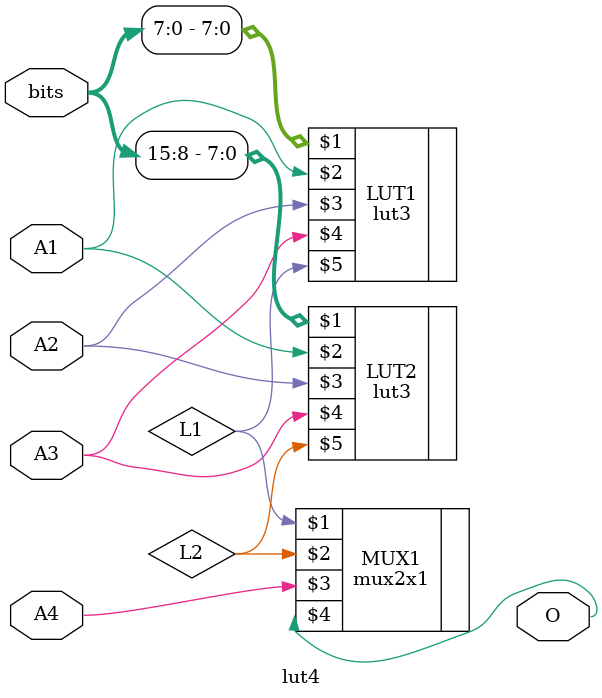
<source format=v>
module lut4(
	input [15:0]bits,
	input A1,
	input A2,
	input A3,
	input A4,
	output O);
	
	wire L1, L2;
	
	lut3 LUT1(bits[7:0], A1, A2, A3, L1);
	lut3 LUT2(bits[15:8], A1, A2, A3, L2);
	
	mux2x1 MUX1(L1, L2, A4, O);
	
endmodule
</source>
